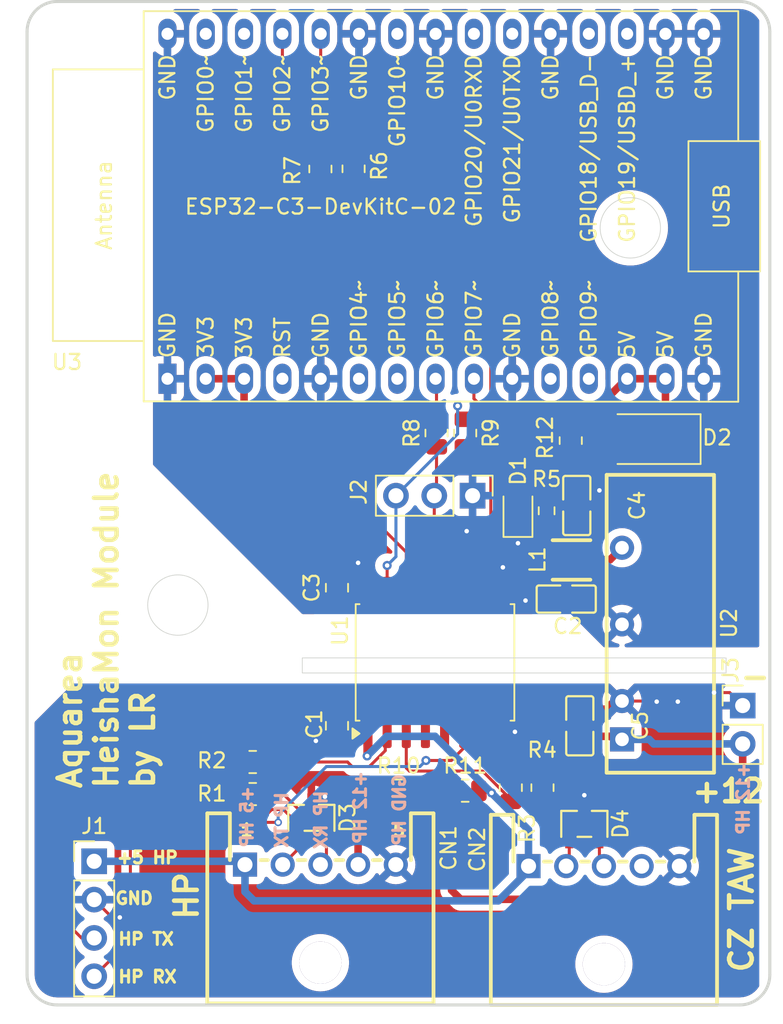
<source format=kicad_pcb>
(kicad_pcb (version 20240108) (generator "pcbnew") (generator_version "8.0")
  (layers (0 "F.Cu" signal) (31 "B.Cu" signal) (34 "B.Paste" user) (35 "F.Paste" user) (36 "B.SilkS" user "B.Silkscreen") (37 "F.SilkS" user "F.Silkscreen") (38 "B.Mask" user) (39 "F.Mask" user) (44 "Edge.Cuts" user))
  (net 0 "")
  (net 1 "GNDD")
  (net 2 "+5_HP")
  (net 3 "+3V3")
  (net 4 "GND")
  (net 5 "+5V")
  (net 6 "5V")
  (net 7 "ESP_TX")
  (net 8 "ESP_RX")
  (net 9 "ESP_PROXY_TX")
  (net 10 "ESP_PROXY_RX")
  (net 15 "Net-(D1-A)")
  (net 16 "Net-(U3-GPIO2)")
  (net 17 "Net-(U3-GPIO3)")
  (net 18 "Net-(U3-GPIO6)")
  (net 19 "Net-(U3-GPIO7)")
  (net 25 "Net-(U1-OUTF)")
  (net 26 "Net-(U1-INB)")
  (net 34 "Net-(CN1-Pad3)")
  (net 35 "Net-(CN1-Pad2)")
  (net 36 "Net-(CN2-Pad2)")
  (net 37 "Net-(CN2-Pad3)")
  (net 38 "+12_HP")
  (net 40 "VCC_IN")
  (net 41 "/TX (HP >)")
  (net 42 "/RX (HP <)")
  (net 43 "Net-(U2-+VO)")
  (footprint "Package_SO:SOIC-16W_7.5x10.3mm_P1.27mm" (layer "F.Cu") (at 41.15 57.2 90)
    (property "Reference" "U1" (at 2.1 -6.3 90) (layer "F.SilkS"))
    (property "Value" "IS3862LW or ISO7762FDW")
    (pad "1" smd roundrect (at -4.65 -4.445 90) (size 2.05 0.6) (layers "F.Cu" "F.Paste" "F.Mask") (net 2 "+5_HP"))
    (pad "2" smd roundrect (at -4.65 -3.175 90) (size 2.05 0.6) (layers "F.Cu" "F.Paste" "F.Mask") (net 41 "/TX (HP >)"))
    (pad "3" smd roundrect (at -4.65 -1.905 90) (size 2.05 0.6) (layers "F.Cu" "F.Paste" "F.Mask") (net 26 "Net-(U1-INB)"))
    (pad "4" smd roundrect (at -4.65 -0.635 90) (size 2.05 0.6) (layers "F.Cu" "F.Paste" "F.Mask"))
    (pad "5" smd roundrect (at -4.65 0.635 90) (size 2.05 0.6) (layers "F.Cu" "F.Paste" "F.Mask"))
    (pad "6" smd roundrect (at -4.65 1.905 90) (size 2.05 0.6) (layers "F.Cu" "F.Paste" "F.Mask") (net 42 "/RX (HP <)"))
    (pad "7" smd roundrect (at -4.65 3.175 90) (size 2.05 0.6) (layers "F.Cu" "F.Paste" "F.Mask") (net 25 "Net-(U1-OUTF)"))
    (pad "8" smd roundrect (at -4.65 4.445 90) (size 2.05 0.6) (layers "F.Cu" "F.Paste" "F.Mask") (net 1 "GNDD"))
    (pad "9" smd roundrect (at 4.65 4.445 90) (size 2.05 0.6) (layers "F.Cu" "F.Paste" "F.Mask") (net 4 "GND"))
    (pad "10" smd roundrect (at 4.65 3.175 90) (size 2.05 0.6) (layers "F.Cu" "F.Paste" "F.Mask") (net 9 "ESP_PROXY_TX"))
    (pad "11" smd roundrect (at 4.65 1.905 90) (size 2.05 0.6) (layers "F.Cu" "F.Paste" "F.Mask") (net 7 "ESP_TX"))
    (pad "12" smd roundrect (at 4.65 0.635 90) (size 2.05 0.6) (layers "F.Cu" "F.Paste" "F.Mask"))
    (pad "13" smd roundrect (at 4.65 -0.635 90) (size 2.05 0.6) (layers "F.Cu" "F.Paste" "F.Mask"))
    (pad "14" smd roundrect (at 4.65 -1.905 90) (size 2.05 0.6) (layers "F.Cu" "F.Paste" "F.Mask") (net 10 "ESP_PROXY_RX"))
    (pad "15" smd roundrect (at 4.65 -3.175 90) (size 2.05 0.6) (layers "F.Cu" "F.Paste" "F.Mask") (net 8 "ESP_RX"))
    (pad "16" smd roundrect (at 4.65 -4.445 90) (size 2.05 0.6) (layers "F.Cu" "F.Paste" "F.Mask") (net 3 "+3V3"))
  )
  (footprint "Resistor_SMD:R_0805_2012Metric" (layer "F.Cu") (at 38.7375 65.7)
    (property "Reference" "R10" (at 0 -1.65 0) (layer "F.SilkS"))
    (property "Value" "0")
    (pad "1" smd roundrect (at -0.9125 0) (size 1.025 1.4) (layers "F.Cu" "F.Paste" "F.Mask") (roundrect_rratio 0.243902) (net 38 "+12_HP"))
    (pad "2" smd roundrect (at 0.9125 0) (size 1.025 1.4) (layers "F.Cu" "F.Paste" "F.Mask") (roundrect_rratio 0.243902) (net 40 "VCC_IN"))
  )
  (footprint "Resistor_SMD:R_0805_2012Metric" (layer "F.Cu") (at 29.0625 63.8)
    (property "Reference" "R2" (at -2.7125 -0.1 0) (layer "F.SilkS"))
    (property "Value" "1k")
    (pad "1" smd roundrect (at -0.9125 0) (size 1.025 1.4) (layers "F.Cu" "F.Paste" "F.Mask") (roundrect_rratio 0.243902) (net 35 "Net-(CN1-Pad2)"))
    (pad "2" smd roundrect (at 0.9125 0) (size 1.025 1.4) (layers "F.Cu" "F.Paste" "F.Mask") (roundrect_rratio 0.243902) (net 41 "/TX (HP >)"))
  )
  (footprint "Resistor_SMD:R_0805_2012Metric" (layer "F.Cu") (at 43.15 65.7)
    (property "Reference" "R11" (at 0 -1.65 0) (layer "F.SilkS"))
    (property "Value" "0")
    (pad "1" smd roundrect (at -0.9125 0) (size 1.025 1.4) (layers "F.Cu" "F.Paste" "F.Mask") (roundrect_rratio 0.243902) (net 40 "VCC_IN"))
    (pad "2" smd roundrect (at 0.9125 0) (size 1.025 1.4) (layers "F.Cu" "F.Paste" "F.Mask") (roundrect_rratio 0.243902) (net 2 "+5_HP"))
  )
  (footprint "easyeda2kicad:SOT-23-3_L2.9-W1.5-P2.0-LS2.5-BR" (layer "F.Cu") (at 32.95 67.5 -90)
    (property "Reference" "D3" (at 0 -2.4 90) (layer "F.SilkS"))
    (property "Value" "ESDA6V1LY")
    (pad "1" smd rect (at 1.1 1 270) (size 1.04 0.53) (layers "F.Cu" "F.Paste" "F.Mask") (net 35 "Net-(CN1-Pad2)"))
    (pad "2" smd rect (at 1.1 -1 270) (size 1.04 0.53) (layers "F.Cu" "F.Paste" "F.Mask") (net 34 "Net-(CN1-Pad3)"))
    (pad "3" smd rect (at -1.1 0 270) (size 1.04 0.53) (layers "F.Cu" "F.Paste" "F.Mask") (net 1 "GNDD"))
  )
  (footprint "Resistor_SMD:R_0603_1608Metric" (layer "F.Cu") (at 48.55 47.15 90)
    (property "Reference" "R5" (at 2.1 0 180) (layer "F.SilkS"))
    (property "Value" "1k")
    (pad "1" smd roundrect (at -0.825 0 90) (size 0.8 0.95) (layers "F.Cu" "F.Paste" "F.Mask") (net 5 "+5V"))
    (pad "2" smd roundrect (at 0.825 0 90) (size 0.8 0.95) (layers "F.Cu" "F.Paste" "F.Mask") (net 15 "Net-(D1-A)"))
  )
  (footprint "Resistor_SMD:R_0805_2012Metric" (layer "F.Cu") (at 29.0625 65.925 180)
    (property "Reference" "R1" (at 2.7125 0.025 0) (layer "F.SilkS"))
    (property "Value" "1k")
    (pad "1" smd roundrect (at -0.9125 0 180) (size 1.025 1.4) (layers "F.Cu" "F.Paste" "F.Mask") (roundrect_rratio 0.243902) (net 34 "Net-(CN1-Pad3)"))
    (pad "2" smd roundrect (at 0.9125 0 180) (size 1.025 1.4) (layers "F.Cu" "F.Paste" "F.Mask") (roundrect_rratio 0.243902) (net 42 "/RX (HP <)"))
  )
  (footprint "easyeda2kicad:C0805" (layer "F.Cu") (at 50.75 61.4 -90)
    (property "Reference" "C5" (at 0 -4 90) (layer "F.SilkS"))
    (property "Value" "10 uF")
    (pad "1" smd rect (at -1 0 270) (size 1.41 1.35) (layers "F.Cu" "F.Paste" "F.Mask") (net 1 "GNDD"))
    (pad "2" smd rect (at 1 0 270) (size 1.41 1.35) (layers "F.Cu" "F.Paste" "F.Mask") (net 40 "VCC_IN"))
  )
  (footprint "easyeda2kicad:IND-SMD_L2.5-W2.0_FHD252012S-6R8MT" (layer "F.Cu") (at 50.2 50.4 180)
    (property "Reference" "L1" (at 2.25 0 90) (layer "F.SilkS"))
    (property "Value" "FHD252012S-100MT")
    (pad "1" smd rect (at -0.95 0 180) (size 1 2.2) (layers "F.Cu" "F.Paste" "F.Mask") (net 43 "Net-(U2-+VO)"))
    (pad "2" smd rect (at 0.95 0 180) (size 1 2.2) (layers "F.Cu" "F.Paste" "F.Mask") (net 5 "+5V"))
  )
  (footprint "PCM_Espressif:ESP32-C3-DevKitC-02" (layer "F.Cu") (at 23.41 38.4 90)
    (property "Reference" "U3" (at 1.1 -6.66 180) (layer "F.SilkS"))
    (property "Value" "ESP32-C3-DevKitC-02" (at 11.4 10.16 0) (layer "F.SilkS"))
    (fp_text user "GND" (at 21.59 0 90) (layer "F.SilkS") (effects (justify right)))
    (fp_text user "GND" (at 21.59 35.56 90) (layer "F.SilkS") (effects (justify right)))
    (fp_text user "GND" (at 21.59 33.02 90) (layer "F.SilkS") (effects (justify right)))
    (fp_text user "GPIO3~" (at 21.59 10.16 90) (layer "F.SilkS") (effects (justify right)))
    (fp_text user "GPIO6~" (at 1.27 17.78 90) (layer "F.SilkS") (effects (justify left)))
    (fp_text user "GPIO5~" (at 1.27 15.24 90) (layer "F.SilkS") (effects (justify left)))
    (fp_text user "GND" (at 21.59 25.4 90) (layer "F.SilkS") (effects (justify right)))
    (fp_text user "GPIO18/USB_D-" (at 21.59 27.94 90) (layer "F.SilkS") (effects (justify right)))
    (fp_text user "5V" (at 1.27 30.48 90) (layer "F.SilkS") (effects (justify left)))
    (fp_text user "Antenna" (at 11.5 -4.2076 90) (layer "F.SilkS"))
    (fp_text user "5V" (at 1.27 33.02 90) (layer "F.SilkS") (effects (justify left)))
    (fp_text user "GPIO8~" (at 1.27 25.4 90) (layer "F.SilkS") (effects (justify left)))
    (fp_text user "GPIO4~" (at 1.27 12.7 90) (layer "F.SilkS") (effects (justify left)))
    (fp_text user "GPIO9~" (at 1.27 27.94 90) (layer "F.SilkS") (effects (justify left)))
    (fp_text user "GPIO19/USBD_+" (at 21.59 30.48 90) (layer "F.SilkS") (effects (justify right)))
    (fp_text user "RST" (at 1.27 7.62 90) (layer "F.SilkS") (effects (justify left)))
    (fp_text user "GPIO0~" (at 21.59 2.54 90) (layer "F.SilkS") (effects (justify right)))
    (fp_text user "GPIO7~" (at 1.27 20.32 90) (layer "F.SilkS") (effects (justify left)))
    (fp_text user "3V3" (at 1.27 5.08 90) (layer "F.SilkS") (effects (justify left)))
    (fp_text user "GPIO10~" (at 21.59 15.24 90) (layer "F.SilkS") (effects (justify right)))
    (fp_text user "3V3" (at 1.3 2.54 90) (layer "F.SilkS") (effects (justify left)))
    (fp_text user "GND" (at 1.27 10.16 90) (layer "F.SilkS") (effects (justify left)))
    (fp_text user "GND" (at 21.59 17.78 90) (layer "F.SilkS") (effects (justify right)))
    (fp_text user "GPIO21/U0TXD" (at 21.59 22.86 90) (layer "F.SilkS") (effects (justify right)))
    (fp_text user "GPIO1~" (at 21.59 5.08 90) (layer "F.SilkS") (effects (justify right)))
    (fp_text user "GPIO20/U0RXD" (at 21.59 20.32 90) (layer "F.SilkS") (effects (justify right)))
    (fp_text user "GND" (at 1.27 35.56 90) (layer "F.SilkS") (effects (justify left)))
    (fp_text user "GPIO2~" (at 21.59 7.62 90) (layer "F.SilkS") (effects (justify right)))
    (fp_text user "GND" (at 1.27 22.86 90) (layer "F.SilkS") (effects (justify left)))
    (fp_text user "GND" (at 21.59 12.7 90) (layer "F.SilkS") (effects (justify right)))
    (fp_text user "USB" (at 11.43 37.338 90) (layer "F.SilkS") (effects (justify bottom)))
    (fp_text user "GND" (at 1.27 0 90) (layer "F.SilkS") (effects (justify left)))
    (pad "1" thru_hole rect (at 0 0) (size 1.2 2) (drill 0.8) (layers "*.Cu" "*.Mask") (net 4 "GND"))
    (pad "2" thru_hole oval (at 0 2.54) (size 1.2 2) (drill 0.8) (layers "*.Cu" "*.Mask") (net 3 "+3V3"))
    (pad "3" thru_hole oval (at 0 5.08) (size 1.2 2) (drill 0.8) (layers "*.Cu" "*.Mask") (net 3 "+3V3"))
    (pad "4" thru_hole oval (at 0 7.62) (size 1.2 2) (drill 0.8) (layers "*.Cu" "*.Mask"))
    (pad "5" thru_hole oval (at 0 10.16) (size 1.2 2) (drill 0.8) (layers "*.Cu" "*.Mask") (net 4 "GND"))
    (pad "6" thru_hole oval (at 0 12.7) (size 1.2 2) (drill 0.8) (layers "*.Cu" "*.Mask"))
    (pad "7" thru_hole oval (at 0 15.24) (size 1.2 2) (drill 0.8) (layers "*.Cu" "*.Mask"))
    (pad "8" thru_hole oval (at 0 17.78) (size 1.2 2) (drill 0.8) (layers "*.Cu" "*.Mask") (net 18 "Net-(U3-GPIO6)"))
    (pad "9" thru_hole oval (at 0 20.32) (size 1.2 2) (drill 0.8) (layers "*.Cu" "*.Mask") (net 19 "Net-(U3-GPIO7)"))
    (pad "10" thru_hole oval (at 0 22.86) (size 1.2 2) (drill 0.8) (layers "*.Cu" "*.Mask") (net 4 "GND"))
    (pad "11" thru_hole oval (at 0 25.4) (size 1.2 2) (drill 0.8) (layers "*.Cu" "*.Mask"))
    (pad "12" thru_hole oval (at 0 27.94) (size 1.2 2) (drill 0.8) (layers "*.Cu" "*.Mask"))
    (pad "13" thru_hole oval (at 0 30.48) (size 1.2 2) (drill 0.8) (layers "*.Cu" "*.Mask") (net 6 "5V"))
    (pad "14" thru_hole oval (at 0 33.02) (size 1.2 2) (drill 0.8) (layers "*.Cu" "*.Mask") (net 6 "5V"))
    (pad "15" thru_hole oval (at 0 35.56) (size 1.2 2) (drill 0.8) (layers "*.Cu" "*.Mask") (net 4 "GND"))
    (pad "16" thru_hole oval (at 22.86 35.56) (size 1.2 2) (drill 0.8) (layers "*.Cu" "*.Mask") (net 4 "GND"))
    (pad "17" thru_hole oval (at 22.86 33.02) (size 1.2 2) (drill 0.8) (layers "*.Cu" "*.Mask") (net 4 "GND"))
    (pad "18" thru_hole oval (at 22.86 30.48) (size 1.2 2) (drill 0.8) (layers "*.Cu" "*.Mask"))
    (pad "19" thru_hole oval (at 22.86 27.94) (size 1.2 2) (drill 0.8) (layers "*.Cu" "*.Mask"))
    (pad "20" thru_hole oval (at 22.86 25.4) (size 1.2 2) (drill 0.8) (layers "*.Cu" "*.Mask") (net 4 "GND"))
    (pad "21" thru_hole oval (at 22.86 22.86) (size 1.2 2) (drill 0.8) (layers "*.Cu" "*.Mask"))
    (pad "22" thru_hole oval (at 22.86 20.32) (size 1.2 2) (drill 0.8) (layers "*.Cu" "*.Mask"))
    (pad "23" thru_hole oval (at 22.86 17.78) (size 1.2 2) (drill 0.8) (layers "*.Cu" "*.Mask") (net 4 "GND"))
    (pad "24" thru_hole oval (at 22.86 15.24) (size 1.2 2) (drill 0.8) (layers "*.Cu" "*.Mask"))
    (pad "25" thru_hole oval (at 22.86 12.7) (size 1.2 2) (drill 0.8) (layers "*.Cu" "*.Mask") (net 4 "GND"))
    (pad "26" thru_hole oval (at 22.86 10.16) (size 1.2 2) (drill 0.8) (layers "*.Cu" "*.Mask") (net 17 "Net-(U3-GPIO3)"))
    (pad "27" thru_hole oval (at 22.86 7.62) (size 1.2 2) (drill 0.8) (layers "*.Cu" "*.Mask") (net 16 "Net-(U3-GPIO2)"))
    (pad "28" thru_hole oval (at 22.86 5.08) (size 1.2 2) (drill 0.8) (layers "*.Cu" "*.Mask"))
    (pad "29" thru_hole oval (at 22.86 2.54) (size 1.2 2) (drill 0.8) (layers "*.Cu" "*.Mask"))
    (pad "30" thru_hole oval (at 22.86 0) (size 1.2 2) (drill 0.8) (layers "*.Cu" "*.Mask") (net 4 "GND"))
  )
  (footprint "easyeda2kicad:CONN-TH_S05B-XASK-1-LF-SN" (layer "F.Cu") (at 52.35 70.7)
    (property "Reference" "CN2" (at -8.4 -1.1 90) (layer "F.SilkS"))
    (property "Value" "S05B-XASK-1(LF)(SN)")
    (pad "" thru_hole circle (at 0 6.5) (size 2.8 2.8) (drill 2.8) (layers "*.Cu" "*.Mask"))
    (pad "1" thru_hole rect (at -5 0) (size 1.6 1.6) (drill 0.999998) (layers "*.Cu" "*.Mask") (net 2 "+5_HP"))
    (pad "2" thru_hole circle (at -2.5 0) (size 1.6 1.6) (drill 0.999998) (layers "*.Cu" "*.Mask") (net 36 "Net-(CN2-Pad2)"))
    (pad "3" thru_hole circle (at 0 0) (size 1.6 1.6) (drill 0.999998) (layers "*.Cu" "*.Mask") (net 37 "Net-(CN2-Pad3)"))
    (pad "4" thru_hole circle (at 2.5 0) (size 1.6 1.6) (drill 0.999998) (layers "*.Cu" "*.Mask"))
    (pad "5" thru_hole circle (at 5 0) (size 1.6 1.6) (drill 0.999998) (layers "*.Cu" "*.Mask") (net 1 "GNDD"))
  )
  (footprint "Resistor_SMD:R_0805_2012Metric" (layer "F.Cu") (at 50.15 42.5 -90)
    (property "Reference" "R12" (at -0.2 1.7 90) (layer "F.SilkS"))
    (property "Value" "0")
    (pad "1" smd roundrect (at -0.9125 0 270) (size 1.025 1.4) (layers "F.Cu" "F.Paste" "F.Mask") (roundrect_rratio 0.243902) (net 6 "5V"))
    (pad "2" smd roundrect (at 0.9125 0 270) (size 1.025 1.4) (layers "F.Cu" "F.Paste" "F.Mask") (roundrect_rratio 0.243902) (net 5 "+5V"))
  )
  (footprint "Resistor_SMD:R_0805_2012Metric" (layer "F.Cu") (at 46.175 65.5 -90)
    (property "Reference" "R3" (at 2.7 -1.075 -90) (layer "F.SilkS"))
    (property "Value" "1k")
    (pad "1" smd roundrect (at -0.9125 0 270) (size 1.025 1.4) (layers "F.Cu" "F.Paste" "F.Mask") (roundrect_rratio 0.243902) (net 37 "Net-(CN2-Pad3)"))
    (pad "2" smd roundrect (at 0.9125 0 270) (size 1.025 1.4) (layers "F.Cu" "F.Paste" "F.Mask") (roundrect_rratio 0.243902) (net 26 "Net-(U1-INB)"))
  )
  (footprint "easyeda2kicad:SOT-23-3_L2.9-W1.5-P2.0-LS2.5-BR" (layer "F.Cu") (at 51.05 67.9 -90)
    (property "Reference" "D4" (at 0 -2.4 90) (layer "F.SilkS"))
    (property "Value" "ESDA6V1LY")
    (pad "1" smd rect (at 1.1 1 270) (size 1.04 0.53) (layers "F.Cu" "F.Paste" "F.Mask") (net 36 "Net-(CN2-Pad2)"))
    (pad "2" smd rect (at 1.1 -1 270) (size 1.04 0.53) (layers "F.Cu" "F.Paste" "F.Mask") (net 37 "Net-(CN2-Pad3)"))
    (pad "3" smd rect (at -1.1 0 270) (size 1.04 0.53) (layers "F.Cu" "F.Paste" "F.Mask") (net 1 "GNDD"))
  )
  (footprint "Capacitor_SMD:C_0805_2012Metric" (layer "F.Cu") (at 34.65 61.4 -90)
    (property "Reference" "C1" (at -0.1 1.5 -90) (layer "F.SilkS"))
    (property "Value" "100nF")
    (pad "1" smd roundrect (at -0.95 0 270) (size 1 1.45) (layers "F.Cu" "F.Paste" "F.Mask") (net 2 "+5_HP"))
    (pad "2" smd roundrect (at 0.95 0 270) (size 1 1.45) (layers "F.Cu" "F.Paste" "F.Mask") (net 1 "GNDD"))
  )
  (footprint "Resistor_SMD:R_0805_2012Metric" (layer "F.Cu") (at 48.275 65.5 90)
    (property "Reference" "R4" (at 2.5 -0.025 180) (layer "F.SilkS"))
    (property "Value" "1k")
    (pad "1" smd roundrect (at -0.9125 0 90) (size 1.025 1.4) (layers "F.Cu" "F.Paste" "F.Mask") (roundrect_rratio 0.243902) (net 36 "Net-(CN2-Pad2)"))
    (pad "2" smd roundrect (at 0.9125 0 90) (size 1.025 1.4) (layers "F.Cu" "F.Paste" "F.Mask") (roundrect_rratio 0.243902) (net 25 "Net-(U1-OUTF)"))
  )
  (footprint "Connector_PinHeader_2.54mm:PinHeader_1x03_P2.54mm_Vertical" (layer "F.Cu") (at 43.64 46.15 -90)
    (property "Reference" "J2" (at -0.25 7.54 90) (layer "F.SilkS"))
    (property "Value" "ESP_SER_DBG")
    (pad "1" thru_hole rect (at 0 0 270) (size 1.7 1.7) (drill 1) (layers "*.Cu" "*.Mask") (net 4 "GND"))
    (pad "2" thru_hole oval (at 0 2.54 270) (size 1.7 1.7) (drill 1) (layers "*.Cu" "*.Mask") (net 7 "ESP_TX"))
    (pad "3" thru_hole oval (at 0 5.08 270) (size 1.7 1.7) (drill 1) (layers "*.Cu" "*.Mask") (net 8 "ESP_RX"))
  )
  (footprint "Connector_PinHeader_2.54mm:PinHeader_1x04_P2.54mm_Vertical" (layer "F.Cu") (at 18.55 70.38)
    (property "Reference" "J1" (at 0 -2.33 0) (layer "F.SilkS"))
    (property "Value" "Conn_01x04_Pin")
    (pad "1" thru_hole rect (at 0 0) (size 1.7 1.7) (drill 1) (layers "*.Cu" "*.Mask") (net 2 "+5_HP"))
    (pad "2" thru_hole oval (at 0 2.54) (size 1.7 1.7) (drill 1) (layers "*.Cu" "*.Mask") (net 1 "GNDD"))
    (pad "3" thru_hole oval (at 0 5.08) (size 1.7 1.7) (drill 1) (layers "*.Cu" "*.Mask") (net 41 "/TX (HP >)"))
    (pad "4" thru_hole oval (at 0 7.62) (size 1.7 1.7) (drill 1) (layers "*.Cu" "*.Mask") (net 42 "/RX (HP <)"))
  )
  (footprint "Resistor_SMD:R_0805_2012Metric" (layer "F.Cu") (at 41.25 42 90)
    (property "Reference" "R8" (at 0 -1.65 90) (layer "F.SilkS"))
    (property "Value" "1k")
    (pad "1" smd roundrect (at -0.9125 0 90) (size 1.025 1.4) (layers "F.Cu" "F.Paste" "F.Mask") (roundrect_rratio 0.243902) (net 7 "ESP_TX"))
    (pad "2" smd roundrect (at 0.9125 0 90) (size 1.025 1.4) (layers "F.Cu" "F.Paste" "F.Mask") (roundrect_rratio 0.243902) (net 18 "Net-(U3-GPIO6)"))
  )
  (footprint "easyeda2kicad:C0805" (layer "F.Cu") (at 50.55 46.8 -90)
    (property "Reference" "C4" (at 0 -4 90) (layer "F.SilkS"))
    (property "Value" "10 uF")
    (pad "1" smd rect (at -1 0 270) (size 1.41 1.35) (layers "F.Cu" "F.Paste" "F.Mask") (net 4 "GND"))
    (pad "2" smd rect (at 1 0 270) (size 1.41 1.35) (layers "F.Cu" "F.Paste" "F.Mask") (net 5 "+5V"))
  )
  (footprint "Resistor_SMD:R_0805_2012Metric" (layer "F.Cu") (at 35.75 24.4875 90)
    (property "Reference" "R6" (at 0.1875 1.7 90) (layer "F.SilkS"))
    (property "Value" "1k")
    (pad "1" smd roundrect (at -0.9125 0 90) (size 1.025 1.4) (layers "F.Cu" "F.Paste" "F.Mask") (roundrect_rratio 0.243902) (net 9 "ESP_PROXY_TX"))
    (pad "2" smd roundrect (at 0.9125 0 90) (size 1.025 1.4) (layers "F.Cu" "F.Paste" "F.Mask") (roundrect_rratio 0.243902) (net 16 "Net-(U3-GPIO2)"))
  )
  (footprint "easyeda2kicad:PWRM-TH_IBXX05S-2WR3" (layer "F.Cu") (at 53.55 55.95 90)
    (property "Reference" "U2" (at 1.35 7.1 90) (layer "F.SilkS"))
    (property "Value" "B1205S-2WR2_C2992386")
    (pad "1" thru_hole rect (at -6.35 0 90) (size 1.6 1.6) (drill 0.900024) (layers "*.Cu" "*.Mask") (net 40 "VCC_IN"))
    (pad "2" thru_hole circle (at -3.81 0 90) (size 1.6 1.6) (drill 0.900024) (layers "*.Cu" "*.Mask") (net 1 "GNDD"))
    (pad "4" thru_hole circle (at 1.27 0 90) (size 1.6 1.6) (drill 0.900024) (layers "*.Cu" "*.Mask") (net 4 "GND"))
    (pad "6" thru_hole circle (at 6.35 0 90) (size 1.6 1.6) (drill 0.900024) (layers "*.Cu" "*.Mask") (net 43 "Net-(U2-+VO)"))
  )
  (footprint "Connector_PinHeader_2.54mm:PinHeader_1x02_P2.54mm_Vertical" (layer "F.Cu") (at 61.55 60.06)
    (property "Reference" "J3" (at -0.8 -2.36 90) (layer "F.SilkS"))
    (property "Value" "VCC_IN")
    (pad "1" thru_hole rect (at 0 0) (size 1.7 1.7) (drill 1) (layers "*.Cu" "*.Mask") (net 1 "GNDD"))
    (pad "2" thru_hole oval (at 0 2.54) (size 1.7 1.7) (drill 1) (layers "*.Cu" "*.Mask") (net 40 "VCC_IN"))
  )
  (footprint "Capacitor_SMD:C_0805_2012Metric" (layer "F.Cu") (at 34.65 52.25 90)
    (property "Reference" "C3" (at 0 -1.68 90) (layer "F.SilkS"))
    (property "Value" "100nF")
    (pad "1" smd roundrect (at -0.95 0 90) (size 1 1.45) (layers "F.Cu" "F.Paste" "F.Mask") (net 3 "+3V3"))
    (pad "2" smd roundrect (at 0.95 0 90) (size 1 1.45) (layers "F.Cu" "F.Paste" "F.Mask") (net 4 "GND"))
  )
  (footprint "Resistor_SMD:R_0805_2012Metric" (layer "F.Cu") (at 43.15 42 -90)
    (property "Reference" "R9" (at 0 -1.7 90) (layer "F.SilkS"))
    (property "Value" "1k")
    (pad "1" smd roundrect (at -0.9125 0 270) (size 1.025 1.4) (layers "F.Cu" "F.Paste" "F.Mask") (roundrect_rratio 0.243902) (net 8 "ESP_RX"))
    (pad "2" smd roundrect (at 0.9125 0 270) (size 1.025 1.4) (layers "F.Cu" "F.Paste" "F.Mask") (roundrect_rratio 0.243902) (net 19 "Net-(U3-GPIO7)"))
  )
  (footprint "Resistor_SMD:R_0805_2012Metric" (layer "F.Cu") (at 33.55 24.5 -90)
    (property "Reference" "R7" (at 0.1125 1.85 90) (layer "F.SilkS"))
    (property "Value" "1k")
    (pad "1" smd roundrect (at -0.9125 0 270) (size 1.025 1.4) (layers "F.Cu" "F.Paste" "F.Mask") (roundrect_rratio 0.243902) (net 10 "ESP_PROXY_RX"))
    (pad "2" smd roundrect (at 0.9125 0 270) (size 1.025 1.4) (layers "F.Cu" "F.Paste" "F.Mask") (roundrect_rratio 0.243902) (net 17 "Net-(U3-GPIO3)"))
  )
  (footprint "Diode_SMD:D_SMA" (layer "F.Cu") (at 55.25 42.4 180)
    (property "Reference" "D2" (at -4.6 0.1 0) (layer "F.SilkS"))
    (property "Value" "SS18")
    (pad "1" smd roundrect (at -2 0 180) (size 2.5 1.8) (layers "F.Cu" "F.Paste" "F.Mask") (roundrect_rratio 0.1388888889) (net 6 "5V"))
    (pad "2" smd roundrect (at 2 0 180) (size 2.5 1.8) (layers "F.Cu" "F.Paste" "F.Mask") (roundrect_rratio 0.1388888889) (net 5 "+5V"))
  )
  (footprint "easyeda2kicad:C0805" (layer "F.Cu") (at 49.85 53)
    (property "Reference" "C2" (at 0.1 1.8 0) (layer "F.SilkS"))
    (property "Value" "10 uF" (hide yes))
    (pad "1" smd rect (at -1 0) (size 1.41 1.35) (layers "F.Cu" "F.Paste" "F.Mask") (net 4 "GND"))
    (pad "2" smd rect (at 1 0) (size 1.41 1.35) (layers "F.Cu" "F.Paste" "F.Mask") (net 43 "Net-(U2-+VO)"))
  )
  (footprint "easyeda2kicad:CONN-TH_S05B-XASK-1-LF-SN" (layer "F.Cu") (at 33.55 70.6)
    (property "Reference" "CN1" (at 8.5 -1.1 90) (layer "F.SilkS"))
    (property "Value" "S05B-XASK-1(LF)(SN)")
    (pad "" thru_hole circle (at 0 6.5) (size 2.8 2.8) (drill 2.8) (layers "*.Cu" "*.Mask"))
    (pad "1" thru_hole rect (at -5 0) (size 1.6 1.6) (drill 0.999998) (layers "*.Cu" "*.Mask") (net 2 "+5_HP"))
    (pad "2" thru_hole circle (at -2.5 0) (size 1.6 1.6) (drill 0.999998) (layers "*.Cu" "*.Mask") (net 35 "Net-(CN1-Pad2)"))
    (pad "3" thru_hole circle (at 0 0) (size 1.6 1.6) (drill 0.999998) (layers "*.Cu" "*.Mask") (net 34 "Net-(CN1-Pad3)"))
    (pad "4" thru_hole circle (at 2.5 0) (size 1.6 1.6) (drill 0.999998) (layers "*.Cu" "*.Mask") (net 38 "+12_HP"))
    (pad "5" thru_hole circle (at 5 0) (size 1.6 1.6) (drill 0.999998) (layers "*.Cu" "*.Mask") (net 1 "GNDD"))
  )
  (footprint "LED_SMD:LED_0805_2012Metric" (layer "F.Cu") (at 46.65 47.2 90)
    (property "Reference" "D1" (at 2.7 0 90) (layer "F.SilkS"))
    (property "Value" "LED")
    (pad "1" smd roundrect (at -0.9375 0 90) (size 0.975 1.4) (layers "F.Cu" "F.Paste" "F.Mask") (net 4 "GND"))
    (pad "2" smd roundrect (at 0.9375 0 90) (size 0.975 1.4) (layers "F.Cu" "F.Paste" "F.Mask") (net 15 "Net-(D1-A)"))
  )
  (gr_line (start 16.1 13.4) (end 61.35 13.4) (stroke (width 0.2)) (layer "Edge.Cuts"))
  (gr_arc (start 63.35 77.9) (mid 62.764214 79.314214) (end 61.35 79.9) (stroke (width 0.2)) (layer "Edge.Cuts"))
  (gr_circle (center 24.1 53.4) (end 26.1 53.4) (stroke (width 0.05)) (fill none) (layer "Edge.Cuts"))
  (gr_line (start 63.35 15.4) (end 63.35 77.9) (stroke (width 0.2)) (layer "Edge.Cuts"))
  (gr_line (start 14.1 77.9) (end 14.1 15.4) (stroke (width 0.2)) (layer "Edge.Cuts"))
  (gr_rect (start 32.35 56.9) (end 60.45 57.9) (stroke (width 0.05)) (fill none) (layer "Edge.Cuts"))
  (gr_line (start 61.35 79.9) (end 16.1 79.9) (stroke (width 0.2)) (layer "Edge.Cuts"))
  (gr_arc (start 14.1 15.4) (mid 14.685786 13.985786) (end 16.1 13.4) (stroke (width 0.2)) (layer "Edge.Cuts"))
  (gr_circle (center 54.1 28.4) (end 56.1 28.4) (stroke (width 0.05)) (fill none) (layer "Edge.Cuts"))
  (gr_arc (start 16.1 79.9) (mid 14.685786 79.314214) (end 14.1 77.9) (stroke (width 0.2)) (layer "Edge.Cuts"))
  (gr_arc (start 61.35 13.4) (mid 62.764214 13.985786) (end 63.35 15.4) (stroke (width 0.2)) (layer "Edge.Cuts"))
  (gr_text "GND HP" (at 39.25 64.5 90) (layer "B.SilkS") (effects (font (size 0.8 0.8) (thickness 0.2) (bold yes)) (justify left bottom mirror)))
  (gr_text "HP RX" (at 34.05 65.6 90) (layer "B.SilkS") (effects (font (size 0.8 0.8) (thickness 0.2) (bold yes)) (justify left bottom mirror)))
  (gr_text "HP TX" (at 31.45 65.7 90) (layer "B.SilkS") (effects (font (size 0.8 0.8) (thickness 0.2) (bold yes)) (justify left bottom mirror)))
  (gr_text "+5 HP" (at 29.15 65.3 90) (layer "B.SilkS") (effects (font (size 0.8 0.8) (thickness 0.2) (bold yes)) (justify left bottom mirror)))
  (gr_text "+12 HP" (at 62.05 63.7 90) (layer "B.SilkS") (effects (font (size 0.8 0.8) (thickness 0.2) (bold yes)) (justify left bottom mirror)))
  (gr_text "+12 HP" (at 36.65 64.3 90) (layer "B.SilkS") (effects (font (size 0.8 0.8) (thickness 0.2) (bold yes)) (justify left bottom mirror)))
  (gr_text "5" (at 38.25 68.8 0) (layer "F.SilkS") (effects (font (size 0.8 0.8) (thickness 0.2) (bold yes)) (justify left bottom)))
  (gr_text "CZ TAW" (at 62.35 77.9 90) (layer "F.SilkS") (effects (font (size 1.5 1.5) (thickness 0.3) (bold yes)) (justify left bottom)))
  (gr_text "+5 HP" (at 19.95 70.6 0) (layer "F.SilkS") (effects (font (size 0.8 0.8) (thickness 0.2) (bold yes)) (justify left bottom)))
  (gr_text "HP TX" (at 20.05 76 0) (layer "F.SilkS") (effects (font (size 0.8 0.8) (thickness 0.2) (bold yes)) (justify left bottom)))
  (gr_text "HP" (at 25.55 74.4 90) (layer "F.SilkS") (effects (font (size 1.5 1.5) (thickness 0.3) (bold yes)) (justify left bottom)))
  (gr_text "HP RX" (at 20.05 78.5 0) (layer "F.SilkS") (effects (font (size 0.8 0.8) (thickness 0.2) (bold yes)) (justify left bottom)))
  (gr_text "-" (at 61.25 59 0) (layer "F.SilkS") (effects (font (size 1.5 1.5) (thickness 0.3) (bold yes)) (justify left bottom)))
  (gr_text "Aquarea\nHeishaMon Module\nby LR" (at 22.65 65.7 90) (layer "F.SilkS") (effects (font (size 1.5 1.5) (thickness 0.3) (bold yes)) (justify left bottom)))
  (gr_text "+12" (at 58.05 66.6 0) (layer "F.SilkS") (effects (font (size 1.5 1.5) (thickness 0.3) (bold yes)) (justify left bottom)))
  (gr_text "1" (at 28.15 68.8 0) (layer "F.SilkS") (effects (font (size 0.8 0.8) (thickness 0.2) (bold yes)) (justify left bottom)))
  (gr_text "GND" (at 19.85 73.3 0) (layer "F.SilkS") (effects (font (size 0.8 0.8) (thickness 0.2) (bold yes)) (justify left bottom)))
  (segment (start 45.595 61.85) (end 46.4 61.85) (width 0.2) (layer "F.Cu") (net 1))
  (segment (start 60.69 59.2) (end 59.65 59.2) (width 0.2) (layer "F.Cu") (net 1))
  (segment (start 33.55 66.4) (end 32.95 66.4) (width 0.2) (layer "F.Cu") (net 1))
  (segment (start 51.05 66.8) (end 51.05 66) (width 0.2) (layer "F.Cu") (net 1))
  (segment (start 33.3 62.35) (end 33.25 62.4) (width 0.2) (layer "F.Cu") (net 1))
  (segment (start 55.81 59.76) (end 55.85 59.8) (width 0.2) (layer "F.Cu") (net 1))
  (segment (start 50.75 60.3) (end 52.505 60.3) (width 0.5) (layer "F.Cu") (net 1))
  (segment (start 46.4 61.85) (end 46.45 61.8) (width 0.2) (layer "F.Cu") (net 1))
  (segment (start 19.73 74.1) (end 20.25 74.1) (width 0.2) (layer "F.Cu") (net 1))
  (segment (start 61.55 60.06) (end 60.69 59.2) (width 0.2) (layer "F.Cu") (net 1))
  (segment (start 18.55 72.92) (end 19.73 74.1) (width 0.2) (layer "F.Cu") (net 1))
  (segment (start 52.505 60.3) (end 53.025 59.78) (width 0.5) (layer "F.Cu") (net 1))
  (segment (start 34.65 62.35) (end 33.3 62.35) (width 0.2) (layer "F.Cu") (net 1))
  (segment (start 50.75 60.7) (end 50.75 60.3) (width 0.5) (layer "F.Cu") (net 1))
  (segment (start 33.85 66.1) (end 33.55 66.4) (width 0.2) (layer "F.Cu") (net 1))
  (segment (start 53.55 59.76) (end 55.81 59.76) (width 0.2) (layer "F.Cu") (net 1))
  (via (at 33.85 66.1) (size 0.6) (drill 0.3) (layers "F.Cu" "B.Cu") (net 1))
  (via (at 57.25 59.8) (size 0.6) (drill 0.3) (layers "F.Cu" "B.Cu") (net 1))
  (via (at 51.05 66) (size 0.6) (drill 0.3) (layers "F.Cu" "B.Cu") (net 1))
  (via (at 33.25 62.4) (size 0.6) (drill 0.3) (layers "F.Cu" "B.Cu") (net 1))
  (via (at 46.45 61.8) (size 0.6) (drill 0.3) (layers "F.Cu" "B.Cu") (net 1))
  (via (at 59.65 59.2) (size 0.6) (drill 0.3) (layers "F.Cu" "B.Cu") (net 1))
  (via (at 20.25 74.1) (size 0.6) (drill 0.3) (layers "F.Cu" "B.Cu") (net 1))
  (via (at 55.85 59.8) (size 0.6) (drill 0.3) (layers "F.Cu" "B.Cu") (net 1))
  (segment (start 44.65 65.6) (end 44.9 65.85) (width 0.5) (layer "F.Cu") (net 2))
  (segment (start 36.3 60.45) (end 36.705 60.855) (width 0.5) (layer "F.Cu") (net 2))
  (segment (start 34.65 60.45) (end 36.3 60.45) (width 0.5) (layer "F.Cu") (net 2))
  (segment (start 36.705 61.85) (end 36.705 63.345) (width 0.5) (layer "F.Cu") (net 2))
  (segment (start 36.65 63.4) (end 36.65 61.795) (width 0.5) (layer "F.Cu") (net 2))
  (segment (start 36.705 63.345) (end 36.65 63.4) (width 0.5) (layer "F.Cu") (net 2))
  (segment (start 43.85 65.6) (end 44.65 65.6) (width 0.5) (layer "F.Cu") (net 2))
  (segment (start 36.705 60.855) (end 36.705 61.85) (width 0.5) (layer "F.Cu") (net 2))
  (via (at 44.9 65.85) (size 0.6) (drill 0.3) (layers "F.Cu" "B.Cu") (net 2))
  (via (at 36.65 63.4) (size 0.6) (drill 0.3) (layers "F.Cu" "B.Cu") (net 2))
  (segment (start 45.35 73) (end 47.35 71) (width 0.5) (layer "B.Cu") (net 2))
  (segment (start 29.15 73) (end 45.35 73) (width 0.5) (layer "B.Cu") (net 2))
  (segment (start 28.33 70.38) (end 28.55 70.6) (width 0.5) (layer "B.Cu") (net 2))
  (segment (start 37.95 62.1) (end 36.65 63.4) (width 0.5) (layer "B.Cu") (net 2))
  (segment (start 18.55 70.38) (end 28.33 70.38) (width 0.5) (layer "B.Cu") (net 2))
  (segment (start 28.55 72.4) (end 29.15 73) (width 0.5) (layer "B.Cu") (net 2))
  (segment (start 41.15 62.1) (end 37.95 62.1) (width 0.5) (layer "B.Cu") (net 2))
  (segment (start 47.35 70.7) (end 47.35 68.3) (width 0.5) (layer "B.Cu") (net 2))
  (segment (start 44.9 65.85) (end 41.15 62.1) (width 0.5) (layer "B.Cu") (net 2))
  (segment (start 28.55 70.6) (end 28.55 72.4) (width 0.5) (layer "B.Cu") (net 2))
  (segment (start 47.35 71) (end 47.35 70.7) (width 0.5) (layer "B.Cu") (net 2))
  (segment (start 47.35 68.3) (end 44.9 65.85) (width 0.5) (layer "B.Cu") (net 2))
  (segment (start 33.65 53.2) (end 34.65 53.2) (width 0.5) (layer "F.Cu") (net 3))
  (segment (start 32.05 48.8) (end 32.05 51.6) (width 0.5) (layer "F.Cu") (net 3))
  (segment (start 25.95 38.4) (end 28.49 38.4) (width 0.5) (layer "F.Cu") (net 3))
  (segment (start 32.05 51.6) (end 33.65 53.2) (width 0.5) (layer "F.Cu") (net 3))
  (segment (start 36.155 53.1) (end 36.705 52.55) (width 0.5) (layer "F.Cu") (net 3))
  (segment (start 28.49 45.24) (end 32.05 48.8) (width 0.5) (layer "F.Cu") (net 3))
  (segment (start 34.75 53.1) (end 36.155 53.1) (width 0.5) (layer "F.Cu") (net 3))
  (segment (start 34.65 53.2) (end 34.75 53.1) (width 0.5) (layer "F.Cu") (net 3))
  (segment (start 28.49 38.4) (end 28.49 45.24) (width 0.5) (layer "F.Cu") (net 3))
  (segment (start 43.64 48.09) (end 43.64 46.15) (width 0.2) (layer "F.Cu") (net 4))
  (segment (start 43.25 48.5) (end 43.65 48.1) (width 0.2) (layer "F.Cu") (net 4))
  (segment (start 46.65 48.1375) (end 46.65 49.3) (width 0.2) (layer "F.Cu") (net 4))
  (segment (start 34.65 50.6) (end 36.05 50.6) (width 0.2) (layer "F.Cu") (net 4))
  (segment (start 43.65 48.1) (end 43.64 48.09) (width 0.2) (layer "F.Cu") (net 4))
  (segment (start 45.595 50.955) (end 45.65 50.9) (width 0.2) (layer "F.Cu") (net 4))
  (segment (start 47.15 53.1) (end 48.75 53.1) (width 0.2) (layer "F.Cu") (net 4))
  (segment (start 45.595 52.55) (end 45.595 50.955) (width 0.2) (layer "F.Cu") (net 4))
  (segment (start 50.55 45.8) (end 52.05 45.8) (width 0.2) (layer "F.Cu") (net 4))
  (segment (start 48.75 53.1) (end 48.85 53) (width 0.2) (layer "F.Cu") (net 4))
  (via (at 43.25 48.5) (size 0.6) (drill 0.3) (layers "F.Cu" "B.Cu") (net 4))
  (via (at 47.15 53.1) (size 0.6) (drill 0.3) (layers "F.Cu" "B.Cu") (net 4))
  (via (at 52.05 45.8) (size 0.6) (drill 0.3) (layers "F.Cu" "B.Cu") (net 4))
  (via (at 36.05 50.6) (size 0.6) (drill 0.3) (layers "F.Cu" "B.Cu") (net 4))
  (via (at 46.65 49.3) (size 0.6) (drill 0.3) (layers "F.Cu" "B.Cu") (net 4))
  (via (at 45.65 50.9) (size 0.6) (drill 0.3) (layers "F.Cu" "B.Cu") (net 4))
  (segment (start 50.15 43.4125) (end 52.2375 43.4125) (width 0.5) (layer "F.Cu") (net 5))
  (segment (start 50.55 47.8) (end 52.35 47.8) (width 0.5) (layer "F.Cu") (net 5))
  (segment (start 48.575 48) (end 48.55 47.975) (width 0.5) (layer "F.Cu") (net 5))
  (segment (start 52.2375 43.4125) (end 53.25 42.4) (width 0.5) (layer "F.Cu") (net 5))
  (segment (start 49.25 50.4) (end 49.25 48) (width 0.5) (layer "F.Cu") (net 5))
  (segment (start 50.55 47.8) (end 49.45 47.8) (width 0.5) (layer "F.Cu") (net 5))
  (segment (start 49.25 48) (end 48.575 48) (width 0.5) (layer "F.Cu") (net 5))
  (segment (start 52.35 47.8) (end 53.25 46.9) (width 0.5) (layer "F.Cu") (net 5))
  (segment (start 49.25 48) (end 49.45 47.8) (width 0.5) (layer "F.Cu") (net 5))
  (segment (start 53.25 46.9) (end 53.25 42.4) (width 0.5) (layer "F.Cu") (net 5))
  (segment (start 50.6625 41.5875) (end 50.15 41.5875) (width 0.5) (layer "F.Cu") (net 6))
  (segment (start 56.43 41.58) (end 57.25 42.4) (width 0.5) (layer "F.Cu") (net 6))
  (segment (start 53.85 38.4) (end 50.6625 41.5875) (width 0.5) (layer "F.Cu") (net 6))
  (segment (start 56.43 38.4) (end 56.43 41.58) (width 0.5) (layer "F.Cu") (net 6))
  (segment (start 56.43 38.4) (end 53.89 38.4) (width 0.5) (layer "F.Cu") (net 6))
  (segment (start 53.89 38.4) (end 53.85 38.4) (width 0.5) (layer "F.Cu") (net 6))
  (segment (start 43.055 51.525001) (end 41.1 49.570001) (width 0.2) (layer "F.Cu") (net 7))
  (segment (start 41.25 42.9125) (end 41.25 46) (width 0.2) (layer "F.Cu") (net 7))
  (segment (start 43.055 52.55) (end 43.055 51.525001) (width 0.2) (layer "F.Cu") (net 7))
  (segment (start 41.1 49.570001) (end 41.1 46.15) (width 0.2) (layer "F.Cu") (net 7))
  (segment (start 41.25 46) (end 41.1 46.15) (width 0.2) (layer "F.Cu") (net 7))
  (segment (start 42.65 40.2) (end 42.65 40.5875) (width 0.2) (layer "F.Cu") (net 8))
  (segment (start 42.65 40.5875) (end 43.15 41.0875) (width 0.2) (layer "F.Cu") (net 8))
  (segment (start 37.975 52.55) (end 37.975 50.775) (width 0.2) (layer "F.Cu") (net 8))
  (segment (start 38.05 50.7) (end 37.975 50.775) (width 0.2) (layer "F.Cu") (net 8))
  (segment (start 43.73 41.0675) (end 43.75 41.0875) (width 0.2) (layer "F.Cu") (net 8))
  (via (at 42.65 40.2) (size 0.6) (drill 0.3) (layers "F.Cu" "B.Cu") (net 8))
  (via (at 37.975 50.775) (size 0.6) (drill 0.3) (layers "F.Cu" "B.Cu") (net 8))
  (segment (start 42.65 42.06) (end 38.56 46.15) (width 0.2) (layer "B.Cu") (net 8))
  (segment (start 38.56 50.19) (end 38.56 46.15) (width 0.2) (layer "B.Cu") (net 8))
  (segment (start 37.975 50.775) (end 38.56 50.19) (width 0.2) (layer "B.Cu") (net 8))
  (segment (start 42.65 40.2) (end 42.65 42.06) (width 0.2) (layer "B.Cu") (net 8))
  (segment (start 35.75 25.4) (end 36.45 25.4) (width 0.2) (layer "F.Cu") (net 9))
  (segment (start 44.325 50.725) (end 44.325 52.55) (width 0.2) (layer "F.Cu") (net 9))
  (segment (start 44.85 33.8) (end 44.85 50.2) (width 0.2) (layer "F.Cu") (net 9))
  (segment (start 36.45 25.4) (end 44.85 33.8) (width 0.2) (layer "F.Cu") (net 9))
  (segment (start 44.85 50.2) (end 44.325 50.725) (width 0.2) (layer "F.Cu") (net 9))
  (segment (start 39.245 52.55) (end 39.245 49.895) (width 0.2) (layer "F.Cu") (net 10))
  (segment (start 34.85 29.1) (end 34.95 29) (width 0.2) (layer "F.Cu") (net 10))
  (segment (start 32.35 26.4) (end 32.35 24.1) (width 0.2) (layer "F.Cu") (net 10))
  (segment (start 35.95 41.8) (end 34.85 40.7) (width 0.2) (layer "F.Cu") (net 10))
  (segment (start 39.245 49.895) (end 35.95 46.6) (width 0.2) (layer "F.Cu") (net 10))
  (segment (start 32.35 24.1) (end 32.85 23.6) (width 0.2) (layer "F.Cu") (net 10))
  (segment (start 35.95 46.6) (end 35.95 41.8) (width 0.2) (layer "F.Cu") (net 10))
  (segment (start 34.95 29) (end 32.35 26.4) (width 0.2) (layer "F.Cu") (net 10))
  (segment (start 32.85 23.6) (end 33.75 23.6) (width 0.2) (layer "F.Cu") (net 10))
  (segment (start 34.85 40.7) (end 34.85 29.1) (width 0.2) (layer "F.Cu") (net 10))
  (segment (start 33.75 23.6) (end 33.75 23.9) (width 0.2) (layer "F.Cu") (net 10))
  (segment (start 33.57 23.42) (end 33.75 23.6) (width 0.2) (layer "F.Cu") (net 10))
  (segment (start 46.7125 46.2) (end 46.65 46.2625) (width 0.5) (layer "F.Cu") (net 15))
  (segment (start 48.775 46.4) (end 48.575 46.2) (width 0.5) (layer "F.Cu") (net 15))
  (segment (start 48.575 46.2) (end 46.7125 46.2) (width 0.5) (layer "F.Cu") (net 15))
  (segment (start 31.03 15.54) (end 31.03 17.88) (width 0.2) (layer "F.Cu") (net 16))
  (segment (start 31.03 17.88) (end 35.75 22.6) (width 0.2) (layer "F.Cu") (net 16))
  (segment (start 35.75 22.6) (end 35.75 23.575) (width 0.2) (layer "F.Cu") (net 16))
  (segment (start 34.675 24.5) (end 36.75 24.5) (width 0.2) (layer "F.Cu") (net 17))
  (segment (start 33.75 25.425) (end 34.675 24.5) (width 0.2) (layer "F.Cu") (net 17))
  (segment (start 37.25 24) (end 37.25 21.4) (width 0.2) (layer "F.Cu") (net 17))
  (segment (start 36.75 24.5) (end 37.25 24) (width 0.2) (layer "F.Cu") (net 17))
  (segment (start 37.25 21.4) (end 33.57 17.72) (width 0.2) (layer "F.Cu") (net 17))
  (segment (start 33.57 17.72) (end 33.57 15.54) (width 0.2) (layer "F.Cu") (net 17))
  (segment (start 41.25 41.0875) (end 41.25 38.46) (width 0.2) (layer "F.Cu") (net 18))
  (segment (start 41.25 38.46) (end 41.19 38.4) (width 0.2) (layer "F.Cu") (net 18))
  (segment (start 44.25 42.7) (end 44.0375 42.9125) (width 0.2) (layer "F.Cu") (net 19))
  (segment (start 43.75 42.9125) (end 43.75 43.1) (width 0.2) (layer "F.Cu") (net 19))
  (segment (start 43.73 38.4) (end 43.73 39.72) (width 0.2) (layer "F.Cu") (net 19))
  (segment (start 44.25 40.24) (end 44.25 42.7) (width 0.2) (layer "F.Cu") (net 19))
  (segment (start 43.73 39.72) (end 44.25 40.24) (width 0.2) (layer "F.Cu") (net 19))
  (segment (start 44.0375 42.9125) (end 43.15 42.9125) (width 0.2) (layer "F.Cu") (net 19))
  (segment (start 44.325 61.85) (end 44.325 63.3) (width 0.2) (layer "F.Cu") (net 25))
  (segment (start 48.275 64.5875) (end 46.9875 63.3) (width 0.2) (layer "F.Cu") (net 25))
  (segment (start 46.9875 63.3) (end 44.325 63.3) (width 0.2) (layer "F.Cu") (net 25))
  (segment (start 39.25 64.1) (end 39.25 63.9) (width 0.2) (layer "F.Cu") (net 26))
  (segment (start 39.25 64.2) (end 39.45 64.4) (width 0.2) (layer "F.Cu") (net 26))
  (segment (start 39.25 63.9) (end 39.25 64.2) (width 0.2) (layer "F.Cu") (net 26))
  (segment (start 39.245 63.895) (end 39.245 61.85) (width 0.2) (layer "F.Cu") (net 26))
  (segment (start 44.298529 64.4) (end 46.175 66.276471) (width 0.2) (layer "F.Cu") (net 26))
  (segment (start 39.45 64.4) (end 44.298529 64.4) (width 0.2) (layer "F.Cu") (net 26))
  (segment (start 39.25 63.9) (end 39.245 63.895) (width 0.2) (layer "F.Cu") (net 26))
  (segment (start 46.175 66.276471) (end 46.175 66.4125) (width 0.2) (layer "F.Cu") (net 26))
  (segment (start 29.975 65.925) (end 31.09 65.925) (width 0.2) (layer "F.Cu") (net 34))
  (segment (start 33.95 68.6) (end 33.95 70.2) (width 0.2) (layer "F.Cu") (net 34))
  (segment (start 31.09 65.925) (end 33.765 68.6) (width 0.2) (layer "F.Cu") (net 34))
  (segment (start 33.95 70.2) (end 33.55 70.6) (width 0.2) (layer "F.Cu") (net 34))
  (segment (start 33.765 68.6) (end 33.95 68.6) (width 0.2) (layer "F.Cu") (net 34))
  (segment (start 31.1 66.95) (end 31.95 67.8) (width 0.2) (layer "F.Cu") (net 35))
  (segment (start 31.95 69.7) (end 31.05 70.6) (width 0.2) (layer "F.Cu") (net 35))
  (segment (start 31.95 67.8) (end 31.95 68.6) (width 0.2) (layer "F.Cu") (net 35))
  (segment (start 30.072182 67.2) (end 30.322182 66.95) (width 0.2) (layer "F.Cu") (net 35))
  (segment (start 29.275 67.2) (end 30.072182 67.2) (width 0.2) (layer "F.Cu") (net 35))
  (segment (start 31.95 68.6) (end 31.95 69.7) (width 0.2) (layer "F.Cu") (net 35))
  (segment (start 30.322182 66.95) (end 31.1 66.95) (width 0.2) (layer "F.Cu") (net 35))
  (segment (start 28.975 64.625) (end 28.975 66.9) (width 0.2) (layer "F.Cu") (net 35))
  (segment (start 28.975 66.9) (end 29.275 67.2) (width 0.2) (layer "F.Cu") (net 35))
  (segment (start 28.15 63.8) (end 28.975 64.625) (width 0.2) (layer "F.Cu") (net 35))
  (segment (start 50.025 70.525) (end 49.85 70.7) (width 0.2) (layer "F.Cu") (net 36))
  (segment (start 50.05 70.5) (end 50.05 69) (width 0.2) (layer "F.Cu") (net 36))
  (segment (start 49.35 69) (end 50.05 69) (width 0.2) (layer "F.Cu") (net 36))
  (segment (start 48.275 67.925) (end 49.35 69) (width 0.2) (layer "F.Cu") (net 36))
  (segment (start 48.275 66.4125) (end 48.275 67.925) (width 0.2) (layer "F.Cu") (net 36))
  (segment (start 49.85 70.7) (end 50.05 70.5) (width 0.2) (layer "F.Cu") (net 36))
  (segment (start 49.55 66.9) (end 49.55 65.9) (width 0.2) (layer "F.Cu") (net 37))
  (segment (start 52.05 69) (end 52.05 70.4) (width 0.2) (layer "F.Cu") (net 37))
  (segment (start 47.45 65.5) (end 46.45 64.5) (width 0.2) (layer "F.Cu") (net 37))
  (segment (start 51.65 69) (end 49.55 66.9) (width 0.2) (layer "F.Cu") (net 37))
  (segment (start 49.15 65.5) (end 47.45 65.5) (width 0.2) (layer "F.Cu") (net 37))
  (segment (start 52.05 69) (end 51.65 69) (width 0.2) (layer "F.Cu") (net 37))
  (segment (start 49.55 65.9) (end 49.15 65.5) (width 0.2) (layer "F.Cu") (net 37))
  (segment (start 52.05 70.4) (end 52.35 70.7) (width 0.2) (layer "F.Cu") (net 37))
  (segment (start 36.05 67.475) (end 36.05 70.6) (width 0.5) (layer "F.Cu") (net 38))
  (segment (start 37.925 65.6) (end 36.05 67.475) (width 0.5) (layer "F.Cu") (net 38))
  (segment (start 42.025 65.6) (end 42.25 65.825) (width 0.5) (layer "F.Cu") (net 40))
  (segment (start 42.85 72.9) (end 58.15 72.9) (width 0.5) (layer "F.Cu") (net 40))
  (segment (start 52.805 62.1) (end 53.025 62.32) (width 0.5) (layer "F.Cu") (net 40))
  (segment (start 61.55 69.5) (end 61.55 62.6) (width 0.5) (layer "F.Cu") (net 40))
  (segment (start 42.25 65.825) (end 42.25 72.3) (width 0.5) (layer "F.Cu") (net 40))
  (segment (start 50.75 62.1) (end 52.805 62.1) (width 0.5) (layer "F.Cu") (net 40))
  (segment (start 42.25 72.3) (end 42.85 72.9) (width 0.5) (layer "F.Cu") (net 40))
  (segment (start 39.75 65.6) (end 42.025 65.6) (width 0.5) (layer "F.Cu") (net 40))
  (segment (start 58.15 72.9) (end 61.55 69.5) (width 0.5) (layer "F.Cu") (net 40))
  (segment (start 55.35 62.3) (end 53.55 62.3) (width 0.5) (layer "B.Cu") (net 40))
  (segment (start 55.65 62.6) (end 55.35 62.3) (width 0.5) (layer "B.Cu") (net 40))
  (segment (start 61.55 62.6) (end 55.65 62.6) (width 0.5) (layer "B.Cu") (net 40))
  (segment (start 20.25 62.8) (end 28.975 62.8) (width 0.2) (layer "F.Cu") (net 41))
  (segment (start 28.975 62.8) (end 29.975 63.8) (width 0.2) (layer "F.Cu") (net 41))
  (segment (start 35.65 64.1) (end 36.798529 64.1) (width 0.2) (layer "F.Cu") (net 41))
  (segment (start 29.975 63.625) (end 29.975 63.8) (width 0.2) (layer "F.Cu") (net 41))
  (segment (start 16.55 66.5) (end 20.25 62.8) (width 0.2) (layer "F.Cu") (net 41))
  (segment (start 16.55 74.3) (end 16.55 66.5) (width 0.2) (layer "F.Cu") (net 41))
  (segment (start 29.975 63.8) (end 35.35 63.8) (width 0.2) (layer "F.Cu") (net 41))
  (segment (start 37.85 63.048529) (end 37.85 62.8) (width 0.2) (layer "F.Cu") (net 41))
  (segment (start 35.35 63.8) (end 35.65 64.1) (width 0.2) (layer "F.Cu") (net 41))
  (segment (start 36.874264 64.024264) (end 37.85 63.048529) (width 0.2) (layer "F.Cu") (net 41))
  (segment (start 36.798529 64.1) (end 36.874264 64.024265) (width 0.2) (layer "F.Cu") (net 41))
  (segment (start 18.55 75.46) (end 17.71 75.46) (width 0.2) (layer "F.Cu") (net 41))
  (segment (start 17.71 75.46) (end 16.55 74.3) (width 0.2) (layer "F.Cu") (net 41))
  (segment (start 36.874264 64.024265) (end 36.874264 64.024264) (width 0.2) (layer "F.Cu") (net 41))
  (segment (start 20.95 68.7) (end 20.95 75.6) (width 0.2) (layer "F.Cu") (net 42))
  (segment (start 28.15 65.925) (end 28.15 67.5) (width 0.2) (layer "F.Cu") (net 42))
  (segment (start 22.15 67.5) (end 20.95 68.7) (width 0.2) (layer "F.Cu") (net 42))
  (segment (start 28.45 67.8) (end 28.15 67.5) (width 0.2) (layer "F.Cu") (net 42))
  (segment (start 40.55 63.7) (end 42.229999 63.7) (width 0.2) (layer "F.Cu") (net 42))
  (segment (start 20.95 75.6) (end 18.55 78) (width 0.2) (layer "F.Cu") (net 42))
  (segment (start 28.15 67.5) (end 22.15 67.5) (width 0.2) (layer "F.Cu") (net 42))
  (segment (start 30.75 67.8) (end 28.45 67.8) (width 0.2) (layer "F.Cu") (net 42))
  (segment (start 42.229999 63.7) (end 43.055 62.874999) (width 0.2) (layer "F.Cu") (net 42))
  (segment (start 43.055 62.874999) (end 43.055 61.85) (width 0.2) (layer "F.Cu") (net 42))
  (via (at 30.75 67.8) (size 0.5) (drill 0.3) (layers "F.Cu" "B.Cu") (net 42))
  (via (at 40.55 63.7) (size 0.6) (drill 0.3) (layers "F.Cu" "B.Cu") (net 42))
  (segment (start 40.15 64.1) (end 40.55 63.7) (width 0.2) (layer "B.Cu") (net 42))
  (segment (start 33.95 64.1) (end 40.15 64.1) (width 0.2) (layer "B.Cu") (net 42))
  (segment (start 30.75 67.3) (end 33.95 64.1) (width 0.2) (layer "B.Cu") (net 42))
  (segment (start 30.75 67.8) (end 30.75 67.3) (width 0.2) (layer "B.Cu") (net 42))
  (segment (start 52.75 50.4) (end 53.55 49.6) (width 0.5) (layer "F.Cu") (net 43))
  (segment (start 51.15 52.7) (end 51.15 50.4) (width 0.5) (layer "F.Cu") (net 43))
  (segment (start 53.25 49.395) (end 53.025 49.62) (width 0.5) (layer "F.Cu") (net 43))
  (segment (start 51.15 50.4) (end 52.75 50.4) (width 0.5) (layer "F.Cu") (net 43))
  (segment (start 50.85 53) (end 51.15 52.7) (width 0.5) (layer "F.Cu") (net 43))
  (zone (net 4) (net_name "GND") (layers "F&B.Cu") (priority 1) (connect_pads (clearance 0.5)) (min_thickness 0.25) (fill yes (thermal_gap 0.5) (thermal_bridge_width 0.5))
    (polygon (pts (xy 22.45 13.7) (xy 22.45 44.1) (xy 32.35 54) (xy 50.15 54) (xy 51.95 55.8) (xy 52.35 56.2) (xy 61.45 56.2) (xy 62.65 56.2) (xy 62.65 13.6) (xy 22.55 13.6)))
  )
  (zone (net 1) (net_name "GNDD") (layers "F&B.Cu") (connect_pads (clearance 0.5)) (min_thickness 0.25) (fill yes (thermal_gap 0.5) (thermal_bridge_width 0.5))
    (polygon (pts (xy 14.15 61.6) (xy 17.15 58.6) (xy 62.35 58.6) (xy 62.65 59.3) (xy 62.65 79) (xy 61.85 79.9) (xy 14.15 79.9)))
  )
)
</source>
